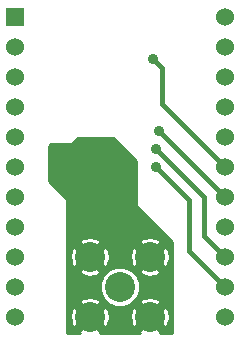
<source format=gbl>
G04 (created by PCBNEW (2013-07-07 BZR 4022)-stable) date 3/7/2014 3:43:31 AM*
%MOIN*%
G04 Gerber Fmt 3.4, Leading zero omitted, Abs format*
%FSLAX34Y34*%
G01*
G70*
G90*
G04 APERTURE LIST*
%ADD10C,0.00590551*%
%ADD11C,0.06*%
%ADD12R,0.06X0.06*%
%ADD13C,0.1*%
%ADD14C,0.035*%
%ADD15C,0.015*%
%ADD16C,0.01*%
G04 APERTURE END LIST*
G54D10*
G54D11*
X8000Y-1000D03*
X8000Y-2000D03*
X8000Y-3000D03*
X8000Y-4000D03*
X8000Y-5000D03*
X8000Y-6000D03*
X8000Y-7000D03*
X8000Y-8000D03*
X8000Y-9000D03*
X8000Y-10000D03*
X8000Y-11000D03*
G54D12*
X1000Y-1000D03*
G54D11*
X1000Y-2000D03*
X1000Y-3000D03*
X1000Y-4000D03*
X1000Y-5000D03*
X1000Y-6000D03*
X1000Y-7000D03*
X1000Y-8000D03*
X1000Y-9000D03*
X1000Y-10000D03*
X1000Y-11000D03*
G54D13*
X4500Y-10000D03*
X3500Y-9000D03*
X5500Y-9000D03*
X5500Y-11000D03*
X3500Y-11000D03*
G54D14*
X3900Y-6700D03*
X4800Y-6000D03*
X4200Y-5400D03*
X3400Y-6200D03*
X5700Y-6000D03*
X5600Y-2400D03*
X5800Y-4800D03*
X5700Y-5400D03*
G54D15*
X8000Y-10000D02*
X6800Y-8800D01*
X6800Y-7100D02*
X5700Y-6000D01*
X6800Y-8800D02*
X6800Y-7100D01*
X8000Y-6000D02*
X5900Y-3900D01*
X5900Y-2700D02*
X5600Y-2400D01*
X5900Y-3900D02*
X5900Y-2700D01*
X8000Y-7000D02*
X5800Y-4800D01*
X8000Y-9000D02*
X7300Y-8300D01*
X7300Y-7000D02*
X5700Y-5400D01*
X7300Y-8300D02*
X7300Y-7000D01*
G54D10*
G36*
X6250Y-11550D02*
X6160Y-11550D01*
X6160Y-11055D01*
X6160Y-9055D01*
X6131Y-8798D01*
X6088Y-8695D01*
X6007Y-8634D01*
X5865Y-8775D01*
X5865Y-8492D01*
X5804Y-8411D01*
X5555Y-8339D01*
X5298Y-8368D01*
X5195Y-8411D01*
X5134Y-8492D01*
X5500Y-8858D01*
X5865Y-8492D01*
X5865Y-8775D01*
X5641Y-9000D01*
X6007Y-9365D01*
X6088Y-9304D01*
X6160Y-9055D01*
X6160Y-11055D01*
X6131Y-10798D01*
X6088Y-10695D01*
X6007Y-10634D01*
X5865Y-10775D01*
X5865Y-10492D01*
X5865Y-9507D01*
X5500Y-9141D01*
X5358Y-9282D01*
X5358Y-9000D01*
X4992Y-8634D01*
X4911Y-8695D01*
X4839Y-8944D01*
X4868Y-9201D01*
X4911Y-9304D01*
X4992Y-9365D01*
X5358Y-9000D01*
X5358Y-9282D01*
X5134Y-9507D01*
X5195Y-9588D01*
X5444Y-9660D01*
X5701Y-9631D01*
X5804Y-9588D01*
X5865Y-9507D01*
X5865Y-10492D01*
X5804Y-10411D01*
X5555Y-10339D01*
X5298Y-10368D01*
X5195Y-10411D01*
X5170Y-10445D01*
X5170Y-9867D01*
X5068Y-9620D01*
X4880Y-9432D01*
X4633Y-9330D01*
X4367Y-9329D01*
X4160Y-9415D01*
X4160Y-9055D01*
X4131Y-8798D01*
X4088Y-8695D01*
X4007Y-8634D01*
X3865Y-8775D01*
X3865Y-8492D01*
X3804Y-8411D01*
X3555Y-8339D01*
X3298Y-8368D01*
X3195Y-8411D01*
X3134Y-8492D01*
X3500Y-8858D01*
X3865Y-8492D01*
X3865Y-8775D01*
X3641Y-9000D01*
X4007Y-9365D01*
X4088Y-9304D01*
X4160Y-9055D01*
X4160Y-9415D01*
X4120Y-9431D01*
X3932Y-9619D01*
X3865Y-9780D01*
X3865Y-9507D01*
X3500Y-9141D01*
X3358Y-9282D01*
X3358Y-9000D01*
X2992Y-8634D01*
X2911Y-8695D01*
X2839Y-8944D01*
X2868Y-9201D01*
X2911Y-9304D01*
X2992Y-9365D01*
X3358Y-9000D01*
X3358Y-9282D01*
X3134Y-9507D01*
X3195Y-9588D01*
X3444Y-9660D01*
X3701Y-9631D01*
X3804Y-9588D01*
X3865Y-9507D01*
X3865Y-9780D01*
X3830Y-9866D01*
X3829Y-10132D01*
X3931Y-10379D01*
X4119Y-10567D01*
X4366Y-10669D01*
X4632Y-10670D01*
X4879Y-10568D01*
X5067Y-10380D01*
X5169Y-10133D01*
X5170Y-9867D01*
X5170Y-10445D01*
X5134Y-10492D01*
X5500Y-10858D01*
X5865Y-10492D01*
X5865Y-10775D01*
X5641Y-11000D01*
X6007Y-11365D01*
X6088Y-11304D01*
X6160Y-11055D01*
X6160Y-11550D01*
X5833Y-11550D01*
X5865Y-11507D01*
X5500Y-11141D01*
X5358Y-11282D01*
X5358Y-11000D01*
X4992Y-10634D01*
X4911Y-10695D01*
X4839Y-10944D01*
X4868Y-11201D01*
X4911Y-11304D01*
X4992Y-11365D01*
X5358Y-11000D01*
X5358Y-11282D01*
X5134Y-11507D01*
X5166Y-11550D01*
X4160Y-11550D01*
X4160Y-11055D01*
X4131Y-10798D01*
X4088Y-10695D01*
X4007Y-10634D01*
X3865Y-10775D01*
X3865Y-10492D01*
X3804Y-10411D01*
X3555Y-10339D01*
X3298Y-10368D01*
X3195Y-10411D01*
X3134Y-10492D01*
X3500Y-10858D01*
X3865Y-10492D01*
X3865Y-10775D01*
X3641Y-11000D01*
X4007Y-11365D01*
X4088Y-11304D01*
X4160Y-11055D01*
X4160Y-11550D01*
X3833Y-11550D01*
X3865Y-11507D01*
X3500Y-11141D01*
X3358Y-11282D01*
X3358Y-11000D01*
X2992Y-10634D01*
X2911Y-10695D01*
X2839Y-10944D01*
X2868Y-11201D01*
X2911Y-11304D01*
X2992Y-11365D01*
X3358Y-11000D01*
X3358Y-11282D01*
X3134Y-11507D01*
X3166Y-11550D01*
X2750Y-11550D01*
X2750Y-7079D01*
X2150Y-6479D01*
X2150Y-5320D01*
X2220Y-5250D01*
X2920Y-5250D01*
X3120Y-5050D01*
X4279Y-5050D01*
X5050Y-5820D01*
X5050Y-7320D01*
X6250Y-8520D01*
X6250Y-11550D01*
X6250Y-11550D01*
G37*
G54D16*
X6250Y-11550D02*
X6160Y-11550D01*
X6160Y-11055D01*
X6160Y-9055D01*
X6131Y-8798D01*
X6088Y-8695D01*
X6007Y-8634D01*
X5865Y-8775D01*
X5865Y-8492D01*
X5804Y-8411D01*
X5555Y-8339D01*
X5298Y-8368D01*
X5195Y-8411D01*
X5134Y-8492D01*
X5500Y-8858D01*
X5865Y-8492D01*
X5865Y-8775D01*
X5641Y-9000D01*
X6007Y-9365D01*
X6088Y-9304D01*
X6160Y-9055D01*
X6160Y-11055D01*
X6131Y-10798D01*
X6088Y-10695D01*
X6007Y-10634D01*
X5865Y-10775D01*
X5865Y-10492D01*
X5865Y-9507D01*
X5500Y-9141D01*
X5358Y-9282D01*
X5358Y-9000D01*
X4992Y-8634D01*
X4911Y-8695D01*
X4839Y-8944D01*
X4868Y-9201D01*
X4911Y-9304D01*
X4992Y-9365D01*
X5358Y-9000D01*
X5358Y-9282D01*
X5134Y-9507D01*
X5195Y-9588D01*
X5444Y-9660D01*
X5701Y-9631D01*
X5804Y-9588D01*
X5865Y-9507D01*
X5865Y-10492D01*
X5804Y-10411D01*
X5555Y-10339D01*
X5298Y-10368D01*
X5195Y-10411D01*
X5170Y-10445D01*
X5170Y-9867D01*
X5068Y-9620D01*
X4880Y-9432D01*
X4633Y-9330D01*
X4367Y-9329D01*
X4160Y-9415D01*
X4160Y-9055D01*
X4131Y-8798D01*
X4088Y-8695D01*
X4007Y-8634D01*
X3865Y-8775D01*
X3865Y-8492D01*
X3804Y-8411D01*
X3555Y-8339D01*
X3298Y-8368D01*
X3195Y-8411D01*
X3134Y-8492D01*
X3500Y-8858D01*
X3865Y-8492D01*
X3865Y-8775D01*
X3641Y-9000D01*
X4007Y-9365D01*
X4088Y-9304D01*
X4160Y-9055D01*
X4160Y-9415D01*
X4120Y-9431D01*
X3932Y-9619D01*
X3865Y-9780D01*
X3865Y-9507D01*
X3500Y-9141D01*
X3358Y-9282D01*
X3358Y-9000D01*
X2992Y-8634D01*
X2911Y-8695D01*
X2839Y-8944D01*
X2868Y-9201D01*
X2911Y-9304D01*
X2992Y-9365D01*
X3358Y-9000D01*
X3358Y-9282D01*
X3134Y-9507D01*
X3195Y-9588D01*
X3444Y-9660D01*
X3701Y-9631D01*
X3804Y-9588D01*
X3865Y-9507D01*
X3865Y-9780D01*
X3830Y-9866D01*
X3829Y-10132D01*
X3931Y-10379D01*
X4119Y-10567D01*
X4366Y-10669D01*
X4632Y-10670D01*
X4879Y-10568D01*
X5067Y-10380D01*
X5169Y-10133D01*
X5170Y-9867D01*
X5170Y-10445D01*
X5134Y-10492D01*
X5500Y-10858D01*
X5865Y-10492D01*
X5865Y-10775D01*
X5641Y-11000D01*
X6007Y-11365D01*
X6088Y-11304D01*
X6160Y-11055D01*
X6160Y-11550D01*
X5833Y-11550D01*
X5865Y-11507D01*
X5500Y-11141D01*
X5358Y-11282D01*
X5358Y-11000D01*
X4992Y-10634D01*
X4911Y-10695D01*
X4839Y-10944D01*
X4868Y-11201D01*
X4911Y-11304D01*
X4992Y-11365D01*
X5358Y-11000D01*
X5358Y-11282D01*
X5134Y-11507D01*
X5166Y-11550D01*
X4160Y-11550D01*
X4160Y-11055D01*
X4131Y-10798D01*
X4088Y-10695D01*
X4007Y-10634D01*
X3865Y-10775D01*
X3865Y-10492D01*
X3804Y-10411D01*
X3555Y-10339D01*
X3298Y-10368D01*
X3195Y-10411D01*
X3134Y-10492D01*
X3500Y-10858D01*
X3865Y-10492D01*
X3865Y-10775D01*
X3641Y-11000D01*
X4007Y-11365D01*
X4088Y-11304D01*
X4160Y-11055D01*
X4160Y-11550D01*
X3833Y-11550D01*
X3865Y-11507D01*
X3500Y-11141D01*
X3358Y-11282D01*
X3358Y-11000D01*
X2992Y-10634D01*
X2911Y-10695D01*
X2839Y-10944D01*
X2868Y-11201D01*
X2911Y-11304D01*
X2992Y-11365D01*
X3358Y-11000D01*
X3358Y-11282D01*
X3134Y-11507D01*
X3166Y-11550D01*
X2750Y-11550D01*
X2750Y-7079D01*
X2150Y-6479D01*
X2150Y-5320D01*
X2220Y-5250D01*
X2920Y-5250D01*
X3120Y-5050D01*
X4279Y-5050D01*
X5050Y-5820D01*
X5050Y-7320D01*
X6250Y-8520D01*
X6250Y-11550D01*
M02*

</source>
